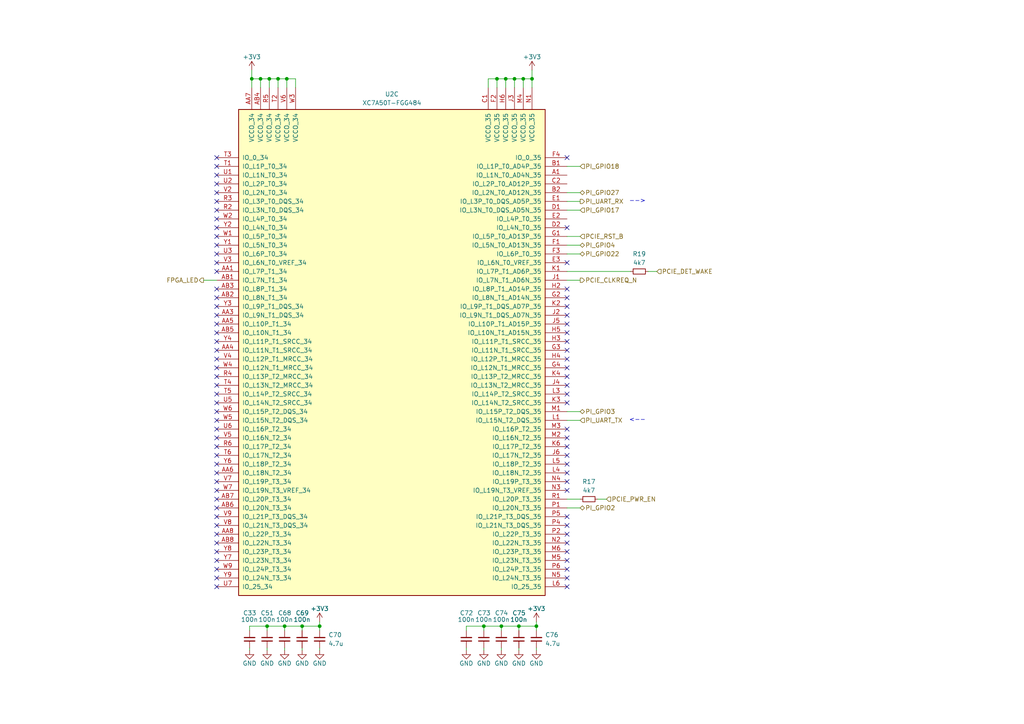
<source format=kicad_sch>
(kicad_sch (version 20250114) (generator "eeschema") (generator_version "9.0")
  (paper "A4")
  (title_block (title "Pi 5 - Artix XC7A50T - PCIe FPGA Hat") (date "2025-07-17") (rev "1.2") (company "George Smart, M1GEO") (comment 1 "https://github.com/m1geo/Pi5-Artix-FPGA-Hat") (comment 2 "https://www.george-smart.co.uk"))
  (text "-->" (at 187.325 59.055 0) (effects (font (size 1.27 1.27)) (justify right bottom)))
  (text "<--" (at 187.325 122.555 0) (effects (font (size 1.27 1.27)) (justify right bottom)))
  (junction (at 151.765 22.86))
  (junction (at 146.685 22.86))
  (junction (at 73.025 22.86))
  (junction (at 75.565 22.86))
  (junction (at 80.645 22.86))
  (junction (at 145.415 181.61))
  (junction (at 140.335 181.61))
  (junction (at 155.575 181.61))
  (junction (at 78.105 22.86))
  (junction (at 92.71 181.61))
  (junction (at 87.63 181.61))
  (junction (at 154.305 22.86))
  (junction (at 144.145 22.86))
  (junction (at 83.185 22.86))
  (junction (at 82.55 181.61))
  (junction (at 150.495 181.61))
  (junction (at 77.47 181.61))
  (junction (at 149.225 22.86))
  (no_connect (at 164.465 132.08))
  (no_connect (at 62.865 76.2))
  (no_connect (at 164.465 99.06))
  (no_connect (at 164.465 139.7))
  (no_connect (at 62.865 58.42))
  (no_connect (at 164.465 111.76))
  (no_connect (at 164.465 162.56))
  (no_connect (at 62.865 137.16))
  (no_connect (at 164.465 134.62))
  (no_connect (at 62.865 101.6))
  (no_connect (at 164.465 137.16))
  (no_connect (at 164.465 96.52))
  (no_connect (at 164.465 152.4))
  (no_connect (at 164.465 154.94))
  (no_connect (at 164.465 101.6))
  (no_connect (at 62.865 78.74))
  (no_connect (at 164.465 149.86))
  (no_connect (at 62.865 142.24))
  (no_connect (at 164.465 104.14))
  (no_connect (at 164.465 114.3))
  (no_connect (at 164.465 93.98))
  (no_connect (at 164.465 157.48))
  (no_connect (at 62.865 96.52))
  (no_connect (at 164.465 106.68))
  (no_connect (at 164.465 167.64))
  (no_connect (at 62.865 73.66))
  (no_connect (at 62.865 45.72))
  (no_connect (at 164.465 91.44))
  (no_connect (at 164.465 142.24))
  (no_connect (at 62.865 121.92))
  (no_connect (at 62.865 154.94))
  (no_connect (at 62.865 109.22))
  (no_connect (at 62.865 167.64))
  (no_connect (at 62.865 162.56))
  (no_connect (at 62.865 48.26))
  (no_connect (at 62.865 60.96))
  (no_connect (at 62.865 66.04))
  (no_connect (at 62.865 106.68))
  (no_connect (at 62.865 63.5))
  (no_connect (at 164.465 124.46))
  (no_connect (at 62.865 86.36))
  (no_connect (at 62.865 53.34))
  (no_connect (at 62.865 152.4))
  (no_connect (at 62.865 93.98))
  (no_connect (at 62.865 127))
  (no_connect (at 62.865 132.08))
  (no_connect (at 164.465 165.1))
  (no_connect (at 62.865 119.38))
  (no_connect (at 164.465 86.36))
  (no_connect (at 62.865 55.88))
  (no_connect (at 164.465 45.72))
  (no_connect (at 164.465 76.2))
  (no_connect (at 164.465 116.84))
  (no_connect (at 62.865 139.7))
  (no_connect (at 62.865 111.76))
  (no_connect (at 62.865 157.48))
  (no_connect (at 62.865 134.62))
  (no_connect (at 62.865 170.18))
  (no_connect (at 164.465 88.9))
  (no_connect (at 62.865 129.54))
  (no_connect (at 62.865 165.1))
  (no_connect (at 62.865 147.32))
  (no_connect (at 62.865 99.06))
  (no_connect (at 62.865 116.84))
  (no_connect (at 164.465 129.54))
  (no_connect (at 62.865 83.82))
  (no_connect (at 62.865 124.46))
  (no_connect (at 164.465 66.04))
  (no_connect (at 62.865 71.12))
  (no_connect (at 62.865 104.14))
  (no_connect (at 62.865 144.78))
  (no_connect (at 62.865 160.02))
  (no_connect (at 164.465 160.02))
  (no_connect (at 164.465 109.22))
  (no_connect (at 164.465 83.82))
  (no_connect (at 62.865 68.58))
  (no_connect (at 62.865 50.8))
  (no_connect (at 62.865 91.44))
  (no_connect (at 62.865 88.9))
  (no_connect (at 62.865 114.3))
  (no_connect (at 62.865 149.86))
  (no_connect (at 164.465 127))
  (no_connect (at 164.465 170.18))
  (wire (pts (xy 77.47 181.61) (xy 82.55 181.61)))
  (wire (pts (xy 72.39 182.88) (xy 72.39 181.61)))
  (wire (pts (xy 173.355 144.78) (xy 175.895 144.78)))
  (wire (pts (xy 78.105 22.86) (xy 75.565 22.86)))
  (wire (pts (xy 146.685 22.86) (xy 146.685 25.4)))
  (wire (pts (xy 140.335 187.96) (xy 140.335 188.595)))
  (wire (pts (xy 140.335 181.61) (xy 145.415 181.61)))
  (wire (pts (xy 164.465 119.38) (xy 168.275 119.38)))
  (wire (pts (xy 151.765 22.86) (xy 151.765 25.4)))
  (wire (pts (xy 150.495 181.61) (xy 155.575 181.61)))
  (wire (pts (xy 145.415 181.61) (xy 150.495 181.61)))
  (wire (pts (xy 80.645 25.4) (xy 80.645 22.86)))
  (wire (pts (xy 77.47 182.88) (xy 77.47 181.61)))
  (wire (pts (xy 164.465 81.28) (xy 168.275 81.28)))
  (wire (pts (xy 92.71 181.61) (xy 92.71 182.88)))
  (wire (pts (xy 72.39 181.61) (xy 77.47 181.61)))
  (wire (pts (xy 154.305 22.86) (xy 154.305 25.4)))
  (wire (pts (xy 59.055 81.28) (xy 62.865 81.28)))
  (wire (pts (xy 92.71 187.96) (xy 92.71 188.595)))
  (wire (pts (xy 144.145 22.86) (xy 144.145 25.4)))
  (wire (pts (xy 164.465 147.32) (xy 168.275 147.32)))
  (wire (pts (xy 140.335 182.88) (xy 140.335 181.61)))
  (wire (pts (xy 72.39 187.96) (xy 72.39 188.595)))
  (wire (pts (xy 145.415 182.88) (xy 145.415 181.61)))
  (wire (pts (xy 164.465 71.12) (xy 168.275 71.12)))
  (wire (pts (xy 77.47 187.96) (xy 77.47 188.595)))
  (wire (pts (xy 144.145 22.86) (xy 141.605 22.86)))
  (wire (pts (xy 141.605 22.86) (xy 141.605 25.4)))
  (wire (pts (xy 164.465 78.74) (xy 182.88 78.74)))
  (wire (pts (xy 164.465 48.26) (xy 168.275 48.26)))
  (wire (pts (xy 187.96 78.74) (xy 190.5 78.74)))
  (wire (pts (xy 168.275 73.66) (xy 164.465 73.66)))
  (wire (pts (xy 146.685 22.86) (xy 144.145 22.86)))
  (wire (pts (xy 164.465 144.78) (xy 168.275 144.78)))
  (wire (pts (xy 135.255 182.88) (xy 135.255 181.61)))
  (wire (pts (xy 87.63 182.88) (xy 87.63 181.61)))
  (wire (pts (xy 85.725 22.86) (xy 83.185 22.86)))
  (wire (pts (xy 82.55 181.61) (xy 87.63 181.61)))
  (wire (pts (xy 155.575 180.34) (xy 155.575 181.61)))
  (wire (pts (xy 82.55 187.96) (xy 82.55 188.595)))
  (wire (pts (xy 78.105 22.86) (xy 78.105 25.4)))
  (wire (pts (xy 87.63 181.61) (xy 92.71 181.61)))
  (wire (pts (xy 164.465 68.58) (xy 168.275 68.58)))
  (wire (pts (xy 154.305 22.86) (xy 151.765 22.86)))
  (wire (pts (xy 154.305 20.32) (xy 154.305 22.86)))
  (wire (pts (xy 73.025 22.86) (xy 73.025 25.4)))
  (wire (pts (xy 149.225 22.86) (xy 149.225 25.4)))
  (wire (pts (xy 164.465 60.96) (xy 168.275 60.96)))
  (wire (pts (xy 80.645 22.86) (xy 78.105 22.86)))
  (wire (pts (xy 75.565 22.86) (xy 75.565 25.4)))
  (wire (pts (xy 135.255 181.61) (xy 140.335 181.61)))
  (wire (pts (xy 75.565 22.86) (xy 73.025 22.86)))
  (wire (pts (xy 83.185 25.4) (xy 83.185 22.86)))
  (wire (pts (xy 73.025 20.32) (xy 73.025 22.86)))
  (wire (pts (xy 151.765 22.86) (xy 149.225 22.86)))
  (wire (pts (xy 155.575 182.88) (xy 155.575 181.61)))
  (wire (pts (xy 150.495 187.96) (xy 150.495 188.595)))
  (wire (pts (xy 83.185 22.86) (xy 80.645 22.86)))
  (wire (pts (xy 150.495 182.88) (xy 150.495 181.61)))
  (wire (pts (xy 164.465 55.88) (xy 168.275 55.88)))
  (wire (pts (xy 82.55 182.88) (xy 82.55 181.61)))
  (wire (pts (xy 85.725 25.4) (xy 85.725 22.86)))
  (wire (pts (xy 155.575 187.96) (xy 155.575 188.595)))
  (wire (pts (xy 164.465 121.92) (xy 168.275 121.92)))
  (wire (pts (xy 164.465 58.42) (xy 168.275 58.42)))
  (wire (pts (xy 149.225 22.86) (xy 146.685 22.86)))
  (wire (pts (xy 135.255 187.96) (xy 135.255 188.595)))
  (wire (pts (xy 145.415 187.96) (xy 145.415 188.595)))
  (wire (pts (xy 87.63 187.96) (xy 87.63 188.595)))
  (wire (pts (xy 92.71 180.34) (xy 92.71 181.61)))
  (hierarchical_label "PI_GPIO3" (shape bidirectional) (at 168.275 119.38 0))
  (hierarchical_label "PCIE_PWR_EN" (shape input) (at 175.895 144.78 0))
  (hierarchical_label "PI_GPIO2" (shape bidirectional) (at 168.275 147.32 0))
  (hierarchical_label "PI_GPIO22" (shape bidirectional) (at 168.275 73.66 0))
  (hierarchical_label "PI_GPIO27" (shape bidirectional) (at 168.275 55.88 0))
  (hierarchical_label "PCIE_CLKREQ_N" (shape output) (at 168.275 81.28 0))
  (hierarchical_label "PI_UART_RX" (shape output) (at 168.275 58.42 0))
  (hierarchical_label "FPGA_LED" (shape output) (at 59.055 81.28 180))
  (hierarchical_label "PI_UART_TX" (shape input) (at 168.275 121.92 0))
  (hierarchical_label "PCIE_DET_WAKE" (shape input) (at 190.5 78.74 0))
  (hierarchical_label "PI_GPIO4" (shape bidirectional) (at 168.275 71.12 0))
  (hierarchical_label "PI_GPIO18" (shape input) (at 168.275 48.26 0))
  (hierarchical_label "PI_GPIO17" (shape input) (at 168.275 60.96 0))
  (hierarchical_label "PCIE_RST_B" (shape input) (at 168.275 68.58 0))
  (symbol (lib_id "Device:C_Small") (at 92.71 185.42 180) (unit 1)
    (property "Reference" "C70" (at 95.25 184.1436 0) (effects (justify right)))
    (property "Value" "4.7u" (at 95.25 186.6836 0) (effects (justify right)))
    (property "Footprint" "Capacitor_SMD:C_0402_1005Metric" (effects (hide yes)))
    (property "Datasheet" "https://datasheet.lcsc.com/lcsc/2304140030_Samsung-Electro-Mechanics-CL05A475MP5NRNC_C23733.pdf" (effects (hide yes)))
    (property "LCSC" "C23733" (effects (hide yes)))
  )
  (symbol (lib_id "Device:C_Small") (at 145.415 185.42 180) (unit 1)
    (property "Reference" "C74" (at 143.51 177.8 0) (effects (justify right)))
    (property "Value" "100n" (at 142.875 179.705 0) (effects (justify right)))
    (property "Footprint" "Capacitor_SMD:C_0402_1005Metric" (effects (hide yes)))
    (property "Datasheet" "https://datasheet.lcsc.com/lcsc/2304140030_Samsung-Electro-Mechanics-CL05B104KO5NNNC_C1525.pdf" (effects (hide yes)))
    (property "LCSC" "C1525" (effects (hide yes)))
  )
  (symbol (lib_id "Device:R_Small") (at 185.42 78.74 270) (mirror x) (unit 1)
    (property "Reference" "R19" (at 185.42 73.66 90))
    (property "Value" "4k7" (at 185.42 76.2 90))
    (property "Footprint" "Resistor_SMD:R_0402_1005Metric" (effects (hide yes)))
    (property "Datasheet" "https://datasheet.lcsc.com/lcsc/2210190330_YAGEO-RT0402DRE073K2L_C853935.pdf" (effects (hide yes)))
    (property "LCSC" "C25900" (effects (hide yes)))
  )
  (symbol (lib_id "power:GND") (at 145.415 188.595 0) (unit 1)
    (property "Reference" "#PWR0118" (effects (hide yes)))
    (property "Value" "GND" (at 145.415 192.405 0))
  )
  (symbol (lib_id "power:GND") (at 77.47 188.595 0) (unit 1)
    (property "Reference" "#PWR081" (effects (hide yes)))
    (property "Value" "GND" (at 77.47 192.405 0))
  )
  (symbol (lib_id "Device:C_Small") (at 155.575 185.42 180) (unit 1)
    (property "Reference" "C76" (at 158.115 184.1436 0) (effects (justify right)))
    (property "Value" "4.7u" (at 158.115 186.6836 0) (effects (justify right)))
    (property "Footprint" "Capacitor_SMD:C_0402_1005Metric" (effects (hide yes)))
    (property "Datasheet" "https://datasheet.lcsc.com/lcsc/2304140030_Samsung-Electro-Mechanics-CL05A475MP5NRNC_C23733.pdf" (effects (hide yes)))
    (property "LCSC" "C23733" (effects (hide yes)))
  )
  (symbol (lib_id "power:GND") (at 82.55 188.595 0) (unit 1)
    (property "Reference" "#PWR097" (effects (hide yes)))
    (property "Value" "GND" (at 82.55 192.405 0))
  )
  (symbol (lib_id "power:GND") (at 135.255 188.595 0) (unit 1)
    (property "Reference" "#PWR0116" (effects (hide yes)))
    (property "Value" "GND" (at 135.255 192.405 0))
  )
  (symbol (lib_id "FPGA_Xilinx_Artix7:XC7A50T-FGG484") (at 113.665 99.06 0) (unit 3)
    (property "Reference" "U2" (at 113.665 27.305 0))
    (property "Value" "XC7A50T-FGG484" (at 113.665 29.845 0))
    (property "Footprint" "Package_BGA:Xilinx_FGG484" (effects (hide yes)))
    (property "Datasheet" "https://docs.xilinx.com/v/u/en-US/ds181_Artix_7_Data_Sheet" (effects (hide yes)))
    (property "LCSC" "C1550658" (effects (hide yes)))
  )
  (symbol (lib_id "Device:C_Small") (at 77.47 185.42 180) (unit 1)
    (property "Reference" "C51" (at 75.565 177.8 0) (effects (justify right)))
    (property "Value" "100n" (at 74.93 179.705 0) (effects (justify right)))
    (property "Footprint" "Capacitor_SMD:C_0402_1005Metric" (effects (hide yes)))
    (property "Datasheet" "https://datasheet.lcsc.com/lcsc/2304140030_Samsung-Electro-Mechanics-CL05B104KO5NNNC_C1525.pdf" (effects (hide yes)))
    (property "LCSC" "C1525" (effects (hide yes)))
  )
  (symbol (lib_id "power:+3V3") (at 73.025 20.32 0) (unit 1)
    (property "Reference" "#PWR026" (effects (hide yes)))
    (property "Value" "+3V3" (at 73.025 16.51 0))
  )
  (symbol (lib_id "Device:C_Small") (at 82.55 185.42 180) (unit 1)
    (property "Reference" "C68" (at 80.645 177.8 0) (effects (justify right)))
    (property "Value" "100n" (at 80.01 179.705 0) (effects (justify right)))
    (property "Footprint" "Capacitor_SMD:C_0402_1005Metric" (effects (hide yes)))
    (property "Datasheet" "https://datasheet.lcsc.com/lcsc/2304140030_Samsung-Electro-Mechanics-CL05B104KO5NNNC_C1525.pdf" (effects (hide yes)))
    (property "LCSC" "C1525" (effects (hide yes)))
  )
  (symbol (lib_id "Device:C_Small") (at 140.335 185.42 180) (unit 1)
    (property "Reference" "C73" (at 138.43 177.8 0) (effects (justify right)))
    (property "Value" "100n" (at 137.795 179.705 0) (effects (justify right)))
    (property "Footprint" "Capacitor_SMD:C_0402_1005Metric" (effects (hide yes)))
    (property "Datasheet" "https://datasheet.lcsc.com/lcsc/2304140030_Samsung-Electro-Mechanics-CL05B104KO5NNNC_C1525.pdf" (effects (hide yes)))
    (property "LCSC" "C1525" (effects (hide yes)))
  )
  (symbol (lib_id "power:GND") (at 92.71 188.595 0) (unit 1)
    (property "Reference" "#PWR0114" (effects (hide yes)))
    (property "Value" "GND" (at 92.71 192.405 0))
  )
  (symbol (lib_id "Device:R_Small") (at 170.815 144.78 270) (mirror x) (unit 1)
    (property "Reference" "R17" (at 170.815 139.7 90))
    (property "Value" "4k7" (at 170.815 142.24 90))
    (property "Footprint" "Resistor_SMD:R_0402_1005Metric" (effects (hide yes)))
    (property "Datasheet" "https://datasheet.lcsc.com/lcsc/2210190330_YAGEO-RT0402DRE073K2L_C853935.pdf" (effects (hide yes)))
    (property "LCSC" "C25900" (effects (hide yes)))
  )
  (symbol (lib_id "Device:C_Small") (at 135.255 185.42 180) (unit 1)
    (property "Reference" "C72" (at 133.35 177.8 0) (effects (justify right)))
    (property "Value" "100n" (at 132.715 179.705 0) (effects (justify right)))
    (property "Footprint" "Capacitor_SMD:C_0402_1005Metric" (effects (hide yes)))
    (property "Datasheet" "https://datasheet.lcsc.com/lcsc/2304140030_Samsung-Electro-Mechanics-CL05B104KO5NNNC_C1525.pdf" (effects (hide yes)))
    (property "LCSC" "C1525" (effects (hide yes)))
  )
  (symbol (lib_id "Device:C_Small") (at 72.39 185.42 180) (unit 1)
    (property "Reference" "C33" (at 70.485 177.8 0) (effects (justify right)))
    (property "Value" "100n" (at 69.85 179.705 0) (effects (justify right)))
    (property "Footprint" "Capacitor_SMD:C_0402_1005Metric" (effects (hide yes)))
    (property "Datasheet" "https://datasheet.lcsc.com/lcsc/2304140030_Samsung-Electro-Mechanics-CL05B104KO5NNNC_C1525.pdf" (effects (hide yes)))
    (property "LCSC" "C1525" (effects (hide yes)))
  )
  (symbol (lib_id "power:+3V3") (at 155.575 180.34 0) (unit 1)
    (property "Reference" "#PWR0120" (effects (hide yes)))
    (property "Value" "+3V3" (at 155.575 176.53 0))
  )
  (symbol (lib_id "Device:C_Small") (at 150.495 185.42 180) (unit 1)
    (property "Reference" "C75" (at 148.59 177.8 0) (effects (justify right)))
    (property "Value" "100n" (at 147.955 179.705 0) (effects (justify right)))
    (property "Footprint" "Capacitor_SMD:C_0402_1005Metric" (effects (hide yes)))
    (property "Datasheet" "https://datasheet.lcsc.com/lcsc/2304140030_Samsung-Electro-Mechanics-CL05B104KO5NNNC_C1525.pdf" (effects (hide yes)))
    (property "LCSC" "C1525" (effects (hide yes)))
  )
  (symbol (lib_id "power:+3V3") (at 154.305 20.32 0) (unit 1)
    (property "Reference" "#PWR027" (effects (hide yes)))
    (property "Value" "+3V3" (at 154.305 16.51 0))
  )
  (symbol (lib_id "power:GND") (at 150.495 188.595 0) (unit 1)
    (property "Reference" "#PWR0119" (effects (hide yes)))
    (property "Value" "GND" (at 150.495 192.405 0))
  )
  (symbol (lib_id "power:GND") (at 72.39 188.595 0) (unit 1)
    (property "Reference" "#PWR073" (effects (hide yes)))
    (property "Value" "GND" (at 72.39 192.405 0))
  )
  (symbol (lib_id "power:GND") (at 87.63 188.595 0) (unit 1)
    (property "Reference" "#PWR098" (effects (hide yes)))
    (property "Value" "GND" (at 87.63 192.405 0))
  )
  (symbol (lib_id "power:+3V3") (at 92.71 180.34 0) (unit 1)
    (property "Reference" "#PWR0113" (effects (hide yes)))
    (property "Value" "+3V3" (at 92.71 176.53 0))
  )
  (symbol (lib_id "power:GND") (at 140.335 188.595 0) (unit 1)
    (property "Reference" "#PWR0117" (effects (hide yes)))
    (property "Value" "GND" (at 140.335 192.405 0))
  )
  (symbol (lib_id "power:GND") (at 155.575 188.595 0) (unit 1)
    (property "Reference" "#PWR0121" (effects (hide yes)))
    (property "Value" "GND" (at 155.575 192.405 0))
  )
  (symbol (lib_id "Device:C_Small") (at 87.63 185.42 180) (unit 1)
    (property "Reference" "C69" (at 85.725 177.8 0) (effects (justify right)))
    (property "Value" "100n" (at 85.09 179.705 0) (effects (justify right)))
    (property "Footprint" "Capacitor_SMD:C_0402_1005Metric" (effects (hide yes)))
    (property "Datasheet" "https://datasheet.lcsc.com/lcsc/2304140030_Samsung-Electro-Mechanics-CL05B104KO5NNNC_C1525.pdf" (effects (hide yes)))
    (property "LCSC" "C1525" (effects (hide yes)))
  )
)
</source>
